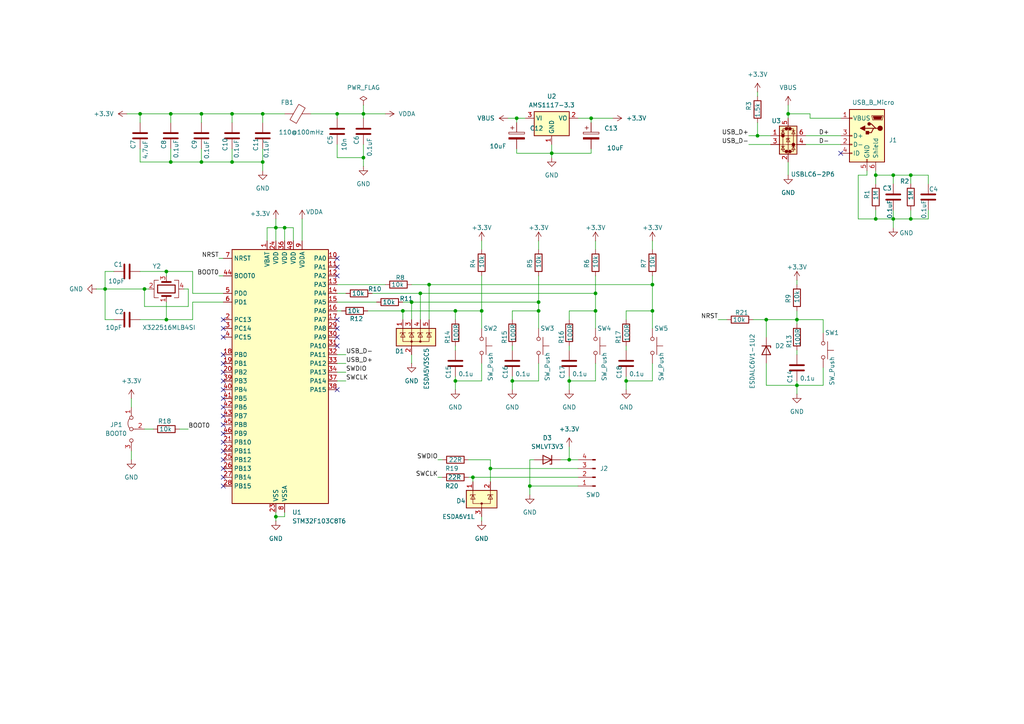
<source format=kicad_sch>
(kicad_sch (version 20231120) (generator "eeschema") (generator_version "8.0")
  (paper "A4")
  (lib_symbols
    (symbol "Connector:Conn_01x04_Pin" (pin_names (offset 1.016) hide)
      (property "Reference" "J" (at 0 5.08 0))
      (property "Value" "Conn_01x04_Pin" (at 0 -7.62 0))
      (symbol "Conn_01x04_Pin_1_1"
        (pin passive line (at 5.08 2.54 180) (length 3.81) (name "Pin_1") (number "1"))
        (pin passive line (at 5.08 0 180) (length 3.81) (name "Pin_2") (number "2"))
        (pin passive line (at 5.08 -2.54 180) (length 3.81) (name "Pin_3") (number "3"))
        (pin passive line (at 5.08 -5.08 180) (length 3.81) (name "Pin_4") (number "4"))
      )
    )
    (symbol "Connector:USB_B_Micro" (pin_names (offset 1.016))
      (property "Reference" "J" (at -5.08 11.43 0))
      (property "Value" "USB_B_Micro" (at -5.08 8.89 0))
      (symbol "USB_B_Micro_1_1"
        (pin power_out line (at 7.62 5.08 180) (length 2.54) (name "VBUS") (number "1"))
        (pin bidirectional line (at 7.62 -2.54 180) (length 2.54) (name "D-") (number "2"))
        (pin bidirectional line (at 7.62 0 180) (length 2.54) (name "D+") (number "3"))
        (pin passive line (at 7.62 -5.08 180) (length 2.54) (name "ID") (number "4"))
        (pin power_out line (at 0 -10.16 90) (length 2.54) (name "GND") (number "5"))
        (pin passive line (at -2.54 -10.16 90) (length 2.54) (name "Shield") (number "6"))
      )
    )
    (symbol "Device:C" (pin_numbers hide) (pin_names (offset 0.254))
      (property "Reference" "C" (at 0.635 2.54 0))
      (property "Value" "C" (at 0.635 -2.54 0))
      (symbol "C_1_1"
        (pin passive line (at 0 3.81 270) (length 2.794) (name "~") (number "1"))
        (pin passive line (at 0 -3.81 90) (length 2.794) (name "~") (number "2"))
      )
    )
    (symbol "Device:C_Polarized" (pin_numbers hide) (pin_names (offset 0.254))
      (property "Reference" "C" (at 0.635 2.54 0))
      (property "Value" "C_Polarized" (at 0.635 -2.54 0))
      (symbol "C_Polarized_1_1"
        (pin passive line (at 0 3.81 270) (length 2.794) (name "~") (number "1"))
        (pin passive line (at 0 -3.81 90) (length 2.794) (name "~") (number "2"))
      )
    )
    (symbol "Device:Crystal_GND24" (pin_names (offset 1.016) hide)
      (property "Reference" "Y" (at 3.175 5.08 0))
      (property "Value" "Crystal_GND24" (at 3.175 3.175 0))
      (symbol "Crystal_GND24_1_1"
        (pin passive line (at -3.81 0 0) (length 1.27) (name "1") (number "1"))
        (pin passive line (at 0 5.08 270) (length 1.27) (name "2") (number "2"))
        (pin passive line (at 3.81 0 180) (length 1.27) (name "3") (number "3"))
        (pin passive line (at 0 -5.08 90) (length 1.27) (name "4") (number "4"))
      )
    )
    (symbol "Device:FerriteBead" (pin_numbers hide) (pin_names (offset 0))
      (property "Reference" "FB" (at -3.81 0.635 90))
      (property "Value" "FerriteBead" (at 3.81 0 90))
      (symbol "FerriteBead_1_1"
        (pin passive line (at 0 3.81 270) (length 2.54) (name "~") (number "1"))
        (pin passive line (at 0 -3.81 90) (length 2.54) (name "~") (number "2"))
      )
    )
    (symbol "Device:R" (pin_numbers hide) (pin_names (offset 0))
      (property "Reference" "R" (at 2.032 0 90))
      (property "Value" "R" (at 0 0 90))
      (symbol "R_1_1"
        (pin passive line (at 0 3.81 270) (length 1.27) (name "~") (number "1"))
        (pin passive line (at 0 -3.81 90) (length 1.27) (name "~") (number "2"))
      )
    )
    (symbol "Diode:ESD5Zxx" (pin_numbers hide) (pin_names hide)
      (property "Reference" "D" (at 0 2.54 0))
      (property "Value" "ESD5Zxx" (at 0 -2.54 0))
      (symbol "ESD5Zxx_1_1"
        (pin passive line (at -3.81 0 0) (length 2.54) (name "K") (number "1"))
        (pin passive line (at 3.81 0 180) (length 2.54) (name "A") (number "2"))
      )
    )
    (symbol "Jumper:Jumper_3_Bridged12" (pin_names (offset 0) hide) (exclude_from_sim yes) (in_bom no)
      (property "Reference" "JP" (at -2.54 -2.54 0))
      (property "Value" "Jumper_3_Bridged12" (at 0 2.794 0))
      (symbol "Jumper_3_Bridged12_1_1"
        (pin passive line (at -6.35 0 0) (length 2.54) (name "A") (number "1"))
        (pin passive line (at 0 -3.81 90) (length 2.54) (name "C") (number "2"))
        (pin passive line (at 6.35 0 180) (length 2.54) (name "B") (number "3"))
      )
    )
    (symbol "MCU_ST_STM32F1:STM32F103C8Tx"
      (property "Reference" "U" (at -12.7 39.37 0))
      (property "Value" "STM32F103C8Tx" (at 10.16 39.37 0))
      (symbol "STM32F103C8Tx_1_1"
        (pin power_in line (at -2.54 40.64 270) (length 2.54) (name "VBAT") (number "1"))
        (pin bidirectional line (at 17.78 35.56 180) (length 2.54) (name "PA0") (number "10"))
        (pin bidirectional line (at 17.78 33.02 180) (length 2.54) (name "PA1") (number "11"))
        (pin bidirectional line (at 17.78 30.48 180) (length 2.54) (name "PA2") (number "12"))
        (pin bidirectional line (at 17.78 27.94 180) (length 2.54) (name "PA3") (number "13"))
        (pin bidirectional line (at 17.78 25.4 180) (length 2.54) (name "PA4") (number "14"))
        (pin bidirectional line (at 17.78 22.86 180) (length 2.54) (name "PA5") (number "15"))
        (pin bidirectional line (at 17.78 20.32 180) (length 2.54) (name "PA6") (number "16"))
        (pin bidirectional line (at 17.78 17.78 180) (length 2.54) (name "PA7") (number "17"))
        (pin bidirectional line (at -15.24 7.62 0) (length 2.54) (name "PB0") (number "18"))
        (pin bidirectional line (at -15.24 5.08 0) (length 2.54) (name "PB1") (number "19"))
        (pin bidirectional line (at -15.24 17.78 0) (length 2.54) (name "PC13") (number "2"))
        (pin bidirectional line (at -15.24 2.54 0) (length 2.54) (name "PB2") (number "20"))
        (pin bidirectional line (at -15.24 -17.78 0) (length 2.54) (name "PB10") (number "21"))
        (pin bidirectional line (at -15.24 -20.32 0) (length 2.54) (name "PB11") (number "22"))
        (pin power_in line (at 0 -38.1 90) (length 2.54) (name "VSS") (number "23"))
        (pin power_in line (at 0 40.64 270) (length 2.54) (name "VDD") (number "24"))
        (pin bidirectional line (at -15.24 -22.86 0) (length 2.54) (name "PB12") (number "25"))
        (pin bidirectional line (at -15.24 -25.4 0) (length 2.54) (name "PB13") (number "26"))
        (pin bidirectional line (at -15.24 -27.94 0) (length 2.54) (name "PB14") (number "27"))
        (pin bidirectional line (at -15.24 -30.48 0) (length 2.54) (name "PB15") (number "28"))
        (pin bidirectional line (at 17.78 15.24 180) (length 2.54) (name "PA8") (number "29"))
        (pin bidirectional line (at -15.24 15.24 0) (length 2.54) (name "PC14") (number "3"))
        (pin bidirectional line (at 17.78 12.7 180) (length 2.54) (name "PA9") (number "30"))
        (pin bidirectional line (at 17.78 10.16 180) (length 2.54) (name "PA10") (number "31"))
        (pin bidirectional line (at 17.78 7.62 180) (length 2.54) (name "PA11") (number "32"))
        (pin bidirectional line (at 17.78 5.08 180) (length 2.54) (name "PA12") (number "33"))
        (pin bidirectional line (at 17.78 2.54 180) (length 2.54) (name "PA13") (number "34"))
        (pin passive line (at 0 -38.1 90) (length 2.54) hide (name "VSS") (number "35"))
        (pin power_in line (at 2.54 40.64 270) (length 2.54) (name "VDD") (number "36"))
        (pin bidirectional line (at 17.78 0 180) (length 2.54) (name "PA14") (number "37"))
        (pin bidirectional line (at 17.78 -2.54 180) (length 2.54) (name "PA15") (number "38"))
        (pin bidirectional line (at -15.24 0 0) (length 2.54) (name "PB3") (number "39"))
        (pin bidirectional line (at -15.24 12.7 0) (length 2.54) (name "PC15") (number "4"))
        (pin bidirectional line (at -15.24 -2.54 0) (length 2.54) (name "PB4") (number "40"))
        (pin bidirectional line (at -15.24 -5.08 0) (length 2.54) (name "PB5") (number "41"))
        (pin bidirectional line (at -15.24 -7.62 0) (length 2.54) (name "PB6") (number "42"))
        (pin bidirectional line (at -15.24 -10.16 0) (length 2.54) (name "PB7") (number "43"))
        (pin input line (at -15.24 30.48 0) (length 2.54) (name "BOOT0") (number "44"))
        (pin bidirectional line (at -15.24 -12.7 0) (length 2.54) (name "PB8") (number "45"))
        (pin bidirectional line (at -15.24 -15.24 0) (length 2.54) (name "PB9") (number "46"))
        (pin passive line (at 0 -38.1 90) (length 2.54) hide (name "VSS") (number "47"))
        (pin power_in line (at 5.08 40.64 270) (length 2.54) (name "VDD") (number "48"))
        (pin bidirectional line (at -15.24 25.4 0) (length 2.54) (name "PD0") (number "5"))
        (pin bidirectional line (at -15.24 22.86 0) (length 2.54) (name "PD1") (number "6"))
        (pin input line (at -15.24 35.56 0) (length 2.54) (name "NRST") (number "7"))
        (pin power_in line (at 2.54 -38.1 90) (length 2.54) (name "VSSA") (number "8"))
        (pin power_in line (at 7.62 40.64 270) (length 2.54) (name "VDDA") (number "9"))
      )
    )
    (symbol "Power_Protection:ESDA5V3L" (pin_names hide)
      (property "Reference" "D" (at 5.715 2.54 0))
      (property "Value" "ESDA5V3L" (at 5.715 0.635 0))
      (symbol "ESDA5V3L_0_0"
        (pin passive line (at 0 -5.08 90) (length 2.54) (name "A") (number "3"))
      )
      (symbol "ESDA5V3L_1_1"
        (pin passive line (at -2.54 5.08 270) (length 2.54) (name "K") (number "1"))
        (pin passive line (at 2.54 5.08 270) (length 2.54) (name "K") (number "2"))
      )
    )
    (symbol "Power_Protection:ESDA5V3SC5" (pin_names hide)
      (property "Reference" "D" (at 7.62 2.54 0))
      (property "Value" "ESDA5V3SC5" (at 7.62 0.635 0))
      (symbol "ESDA5V3SC5_0_0"
        (pin passive line (at 0 -5.08 90) (length 2.54) (name "A") (number "2"))
      )
      (symbol "ESDA5V3SC5_1_1"
        (pin passive line (at -2.54 5.08 270) (length 2.54) (name "K") (number "1"))
        (pin passive line (at 0 5.08 270) (length 2.54) (name "K") (number "3"))
        (pin passive line (at 2.54 5.08 270) (length 2.54) (name "K") (number "4"))
        (pin passive line (at 5.08 5.08 270) (length 2.54) (name "K") (number "5"))
      )
    )
    (symbol "Power_Protection:USBLC6-2P6" (pin_names hide)
      (property "Reference" "U" (at 0.635 5.715 0))
      (property "Value" "USBLC6-2P6" (at 0.635 3.81 0))
      (symbol "USBLC6-2P6_1_1"
        (pin passive line (at -5.08 0 0) (length 2.54) (name "I/O1") (number "1"))
        (pin passive line (at 0 -7.62 90) (length 2.54) (name "GND") (number "2"))
        (pin passive line (at -5.08 -2.54 0) (length 2.54) (name "I/O2") (number "3"))
        (pin passive line (at 5.08 -2.54 180) (length 2.54) (name "I/O2") (number "4"))
        (pin passive line (at 0 5.08 270) (length 2.54) (name "VBUS") (number "5"))
        (pin passive line (at 5.08 0 180) (length 2.54) (name "I/O1") (number "6"))
      )
    )
    (symbol "Regulator_Linear:AMS1117-3.3"
      (property "Reference" "U" (at -3.81 3.175 0))
      (property "Value" "AMS1117-3.3" (at 0 3.175 0))
      (symbol "AMS1117-3.3_1_1"
        (pin power_in line (at 0 -7.62 90) (length 2.54) (name "GND") (number "1"))
        (pin power_out line (at 7.62 0 180) (length 2.54) (name "VO") (number "2"))
        (pin power_in line (at -7.62 0 0) (length 2.54) (name "VI") (number "3"))
      )
    )
    (symbol "Switch:SW_Push" (pin_numbers hide) (pin_names (offset 1.016) hide)
      (property "Reference" "SW" (at 1.27 2.54 0))
      (property "Value" "SW_Push" (at 0 -1.524 0))
      (symbol "SW_Push_0_1"
        (pin passive line (at -5.08 0 0) (length 2.54) (name "1") (number "1"))
        (pin passive line (at 5.08 0 180) (length 2.54) (name "2") (number "2"))
      )
    )
    (symbol "power:+3.3V" (power) (pin_numbers hide) (pin_names (offset 0) hide)
      (property "Value" "+3.3V" (at 0 3.556 0))
      (symbol "+3.3V_1_1"
        (pin power_in line (at 0 0 90) (length 0) (name "~") (number "1"))
      )
    )
    (symbol "power:GND" (power) (pin_numbers hide) (pin_names (offset 0) hide)
      (property "Value" "GND" (at 0 -3.81 0))
      (symbol "GND_1_1"
        (pin power_in line (at 0 0 270) (length 0) (name "~") (number "1"))
      )
    )
    (symbol "power:PWR_FLAG" (power) (pin_numbers hide) (pin_names (offset 0) hide)
      (property "Value" "PWR_FLAG" (at 0 3.81 0))
      (symbol "PWR_FLAG_0_0"
        (pin power_out line (at 0 0 90) (length 0) (name "~") (number "1"))
      )
    )
    (symbol "power:VBUS" (power) (pin_numbers hide) (pin_names (offset 0) hide)
      (property "Value" "VBUS" (at 0 3.556 0))
      (symbol "VBUS_1_1"
        (pin power_in line (at 0 0 90) (length 0) (name "~") (number "1"))
      )
    )
    (symbol "power:VDDA" (power) (pin_numbers hide) (pin_names (offset 0) hide)
      (property "Value" "VDDA" (at 0 3.556 0))
      (symbol "VDDA_1_1"
        (pin power_in line (at 0 0 90) (length 0) (name "~") (number "1"))
      )
    )
  )
  (junction (at 153.67 140.97))
  (junction (at 121.92 85.09))
  (junction (at 172.72 90.17))
  (junction (at 97.79 33.02))
  (junction (at 30.48 83.82))
  (junction (at 139.7 90.17))
  (junction (at 137.16 138.43))
  (junction (at 189.23 90.17))
  (junction (at 259.08 63.5))
  (junction (at 132.08 110.49))
  (junction (at 219.71 39.37))
  (junction (at 149.86 34.29))
  (junction (at 228.6 33.02))
  (junction (at 181.61 110.49))
  (junction (at 80.01 66.04))
  (junction (at 171.45 34.29))
  (junction (at 48.26 92.71))
  (junction (at 82.55 66.04))
  (junction (at 254 63.5))
  (junction (at 116.84 90.17))
  (junction (at 105.41 33.02))
  (junction (at 76.2 46.99))
  (junction (at 156.21 87.63))
  (junction (at 231.14 111.76))
  (junction (at 264.16 63.5))
  (junction (at 105.41 45.72))
  (junction (at 58.42 46.99))
  (junction (at 58.42 33.02))
  (junction (at 189.23 82.55))
  (junction (at 160.02 44.45))
  (junction (at 165.1 110.49))
  (junction (at 222.25 92.71))
  (junction (at 165.1 133.35))
  (junction (at 259.08 50.8))
  (junction (at 124.46 82.55))
  (junction (at 41.91 83.82))
  (junction (at 254 50.8))
  (junction (at 142.24 135.89))
  (junction (at 132.08 90.17))
  (junction (at 48.26 78.74))
  (junction (at 40.64 33.02))
  (junction (at 172.72 85.09))
  (junction (at 119.38 87.63))
  (junction (at 49.53 46.99))
  (junction (at 231.14 92.71))
  (junction (at 148.59 110.49))
  (junction (at 156.21 90.17))
  (junction (at 49.53 33.02))
  (junction (at 76.2 33.02))
  (junction (at 80.01 149.86))
  (junction (at 67.31 46.99))
  (junction (at 264.16 50.8))
  (junction (at 67.31 33.02))
  (no_connect (at 64.77 133.35))
  (no_connect (at 243.84 44.45))
  (no_connect (at 64.77 135.89))
  (no_connect (at 97.79 80.01))
  (no_connect (at 97.79 92.71))
  (no_connect (at 64.77 128.27))
  (no_connect (at 64.77 95.25))
  (no_connect (at 97.79 74.93))
  (no_connect (at 64.77 115.57))
  (no_connect (at 64.77 140.97))
  (no_connect (at 97.79 97.79))
  (no_connect (at 64.77 123.19))
  (no_connect (at 97.79 95.25))
  (no_connect (at 64.77 92.71))
  (no_connect (at 64.77 107.95))
  (no_connect (at 97.79 100.33))
  (no_connect (at 64.77 118.11))
  (no_connect (at 64.77 97.79))
  (no_connect (at 64.77 102.87))
  (no_connect (at 64.77 138.43))
  (no_connect (at 64.77 110.49))
  (no_connect (at 64.77 120.65))
  (no_connect (at 64.77 130.81))
  (no_connect (at 64.77 125.73))
  (no_connect (at 64.77 113.03))
  (no_connect (at 97.79 77.47))
  (no_connect (at 97.79 113.03))
  (no_connect (at 64.77 105.41))
  (wire (pts (xy 55.88 85.09) (xy 64.77 85.09)))
  (wire (pts (xy 233.68 41.91) (xy 243.84 41.91)))
  (wire (pts (xy 67.31 46.99) (xy 76.2 46.99)))
  (wire (pts (xy 238.76 106.68) (xy 238.76 111.76)))
  (wire (pts (xy 181.61 90.17) (xy 189.23 90.17)))
  (wire (pts (xy 124.46 82.55) (xy 189.23 82.55)))
  (wire (pts (xy 58.42 46.99) (xy 67.31 46.99)))
  (wire (pts (xy 156.21 110.49) (xy 148.59 110.49)))
  (wire (pts (xy 149.86 43.18) (xy 149.86 44.45)))
  (wire (pts (xy 254 50.8) (xy 254 49.53)))
  (wire (pts (xy 67.31 43.18) (xy 67.31 46.99)))
  (wire (pts (xy 40.64 35.56) (xy 40.64 33.02)))
  (wire (pts (xy 80.01 66.04) (xy 80.01 69.85)))
  (wire (pts (xy 58.42 33.02) (xy 58.42 35.56)))
  (wire (pts (xy 156.21 105.41) (xy 156.21 110.49)))
  (wire (pts (xy 231.14 92.71) (xy 238.76 92.71)))
  (wire (pts (xy 80.01 149.86) (xy 82.55 149.86)))
  (wire (pts (xy 97.79 107.95) (xy 100.33 107.95)))
  (wire (pts (xy 259.08 66.04) (xy 259.08 63.5)))
  (wire (pts (xy 139.7 110.49) (xy 132.08 110.49)))
  (wire (pts (xy 259.08 63.5) (xy 259.08 60.96)))
  (wire (pts (xy 137.16 138.43) (xy 167.64 138.43)))
  (wire (pts (xy 251.46 50.8) (xy 251.46 49.53)))
  (wire (pts (xy 231.14 81.28) (xy 231.14 82.55)))
  (wire (pts (xy 156.21 90.17) (xy 156.21 95.25)))
  (wire (pts (xy 181.61 90.17) (xy 181.61 92.71)))
  (wire (pts (xy 181.61 109.22) (xy 181.61 110.49)))
  (wire (pts (xy 222.25 92.71) (xy 231.14 92.71)))
  (wire (pts (xy 171.45 44.45) (xy 171.45 43.18)))
  (wire (pts (xy 40.64 33.02) (xy 49.53 33.02)))
  (wire (pts (xy 148.59 110.49) (xy 148.59 113.03)))
  (wire (pts (xy 189.23 90.17) (xy 189.23 95.25)))
  (wire (pts (xy 231.14 101.6) (xy 231.14 102.87)))
  (wire (pts (xy 30.48 92.71) (xy 33.02 92.71)))
  (wire (pts (xy 219.71 26.67) (xy 219.71 27.94)))
  (wire (pts (xy 48.26 78.74) (xy 48.26 80.01)))
  (wire (pts (xy 231.14 111.76) (xy 231.14 114.3)))
  (wire (pts (xy 248.92 63.5) (xy 248.92 50.8)))
  (wire (pts (xy 264.16 63.5) (xy 269.24 63.5)))
  (wire (pts (xy 90.17 33.02) (xy 97.79 33.02)))
  (wire (pts (xy 139.7 90.17) (xy 139.7 95.25)))
  (wire (pts (xy 48.26 92.71) (xy 55.88 92.71)))
  (wire (pts (xy 30.48 83.82) (xy 41.91 83.82)))
  (wire (pts (xy 38.1 115.57) (xy 38.1 118.11)))
  (wire (pts (xy 135.89 133.35) (xy 142.24 133.35)))
  (wire (pts (xy 48.26 87.63) (xy 48.26 92.71)))
  (wire (pts (xy 222.25 97.79) (xy 222.25 92.71)))
  (wire (pts (xy 171.45 34.29) (xy 177.8 34.29)))
  (wire (pts (xy 264.16 53.34) (xy 264.16 50.8)))
  (wire (pts (xy 76.2 33.02) (xy 76.2 35.56)))
  (wire (pts (xy 142.24 135.89) (xy 167.64 135.89)))
  (wire (pts (xy 76.2 43.18) (xy 76.2 46.99)))
  (wire (pts (xy 153.67 140.97) (xy 153.67 143.51)))
  (wire (pts (xy 49.53 46.99) (xy 58.42 46.99)))
  (wire (pts (xy 132.08 109.22) (xy 132.08 110.49)))
  (wire (pts (xy 217.17 39.37) (xy 219.71 39.37)))
  (wire (pts (xy 156.21 87.63) (xy 156.21 90.17)))
  (wire (pts (xy 49.53 43.18) (xy 49.53 46.99)))
  (wire (pts (xy 105.41 30.48) (xy 105.41 33.02)))
  (wire (pts (xy 259.08 63.5) (xy 264.16 63.5)))
  (wire (pts (xy 97.79 82.55) (xy 111.76 82.55)))
  (wire (pts (xy 55.88 92.71) (xy 55.88 87.63)))
  (wire (pts (xy 105.41 45.72) (xy 105.41 48.26)))
  (wire (pts (xy 165.1 90.17) (xy 165.1 92.71)))
  (wire (pts (xy 254 63.5) (xy 259.08 63.5)))
  (wire (pts (xy 189.23 80.01) (xy 189.23 82.55)))
  (wire (pts (xy 189.23 110.49) (xy 181.61 110.49)))
  (wire (pts (xy 40.64 43.18) (xy 40.64 46.99)))
  (wire (pts (xy 189.23 82.55) (xy 189.23 90.17)))
  (wire (pts (xy 139.7 80.01) (xy 139.7 90.17)))
  (wire (pts (xy 58.42 43.18) (xy 58.42 46.99)))
  (wire (pts (xy 97.79 45.72) (xy 105.41 45.72)))
  (wire (pts (xy 228.6 46.99) (xy 228.6 50.8)))
  (wire (pts (xy 33.02 78.74) (xy 30.48 78.74)))
  (wire (pts (xy 121.92 85.09) (xy 121.92 92.71)))
  (wire (pts (xy 27.94 83.82) (xy 30.48 83.82)))
  (wire (pts (xy 208.28 92.71) (xy 210.82 92.71)))
  (wire (pts (xy 172.72 85.09) (xy 172.72 90.17)))
  (wire (pts (xy 116.84 87.63) (xy 119.38 87.63)))
  (wire (pts (xy 44.45 124.46) (xy 41.91 124.46)))
  (wire (pts (xy 254 60.96) (xy 254 63.5)))
  (wire (pts (xy 228.6 33.02) (xy 234.95 33.02)))
  (wire (pts (xy 172.72 110.49) (xy 165.1 110.49)))
  (wire (pts (xy 142.24 135.89) (xy 142.24 139.7)))
  (wire (pts (xy 139.7 105.41) (xy 139.7 110.49)))
  (wire (pts (xy 76.2 49.53) (xy 76.2 46.99)))
  (wire (pts (xy 172.72 69.85) (xy 172.72 72.39)))
  (wire (pts (xy 254 50.8) (xy 259.08 50.8)))
  (wire (pts (xy 54.61 124.46) (xy 52.07 124.46)))
  (wire (pts (xy 234.95 34.29) (xy 243.84 34.29)))
  (wire (pts (xy 228.6 30.48) (xy 228.6 33.02)))
  (wire (pts (xy 82.55 66.04) (xy 85.09 66.04)))
  (wire (pts (xy 36.83 33.02) (xy 40.64 33.02)))
  (wire (pts (xy 127 138.43) (xy 128.27 138.43)))
  (wire (pts (xy 30.48 83.82) (xy 30.48 92.71)))
  (wire (pts (xy 231.14 110.49) (xy 231.14 111.76)))
  (wire (pts (xy 53.34 83.82) (xy 54.61 83.82)))
  (wire (pts (xy 153.67 140.97) (xy 153.67 133.35)))
  (wire (pts (xy 148.59 109.22) (xy 148.59 110.49)))
  (wire (pts (xy 58.42 33.02) (xy 67.31 33.02)))
  (wire (pts (xy 119.38 102.87) (xy 119.38 105.41)))
  (wire (pts (xy 48.26 78.74) (xy 55.88 78.74)))
  (wire (pts (xy 87.63 63.5) (xy 87.63 69.85)))
  (wire (pts (xy 219.71 39.37) (xy 223.52 39.37)))
  (wire (pts (xy 139.7 149.86) (xy 139.7 151.13)))
  (wire (pts (xy 264.16 63.5) (xy 264.16 60.96)))
  (wire (pts (xy 172.72 90.17) (xy 172.72 95.25)))
  (wire (pts (xy 97.79 33.02) (xy 105.41 33.02)))
  (wire (pts (xy 105.41 33.02) (xy 105.41 34.29)))
  (wire (pts (xy 139.7 69.85) (xy 139.7 72.39)))
  (wire (pts (xy 76.2 33.02) (xy 82.55 33.02)))
  (wire (pts (xy 82.55 66.04) (xy 82.55 69.85)))
  (wire (pts (xy 165.1 129.54) (xy 165.1 133.35)))
  (wire (pts (xy 156.21 80.01) (xy 156.21 87.63)))
  (wire (pts (xy 160.02 44.45) (xy 160.02 45.72)))
  (wire (pts (xy 97.79 85.09) (xy 100.33 85.09)))
  (wire (pts (xy 259.08 50.8) (xy 264.16 50.8)))
  (wire (pts (xy 149.86 34.29) (xy 152.4 34.29)))
  (wire (pts (xy 254 53.34) (xy 254 50.8)))
  (wire (pts (xy 38.1 130.81) (xy 38.1 133.35)))
  (wire (pts (xy 165.1 100.33) (xy 165.1 101.6)))
  (wire (pts (xy 248.92 50.8) (xy 251.46 50.8)))
  (wire (pts (xy 231.14 92.71) (xy 231.14 93.98)))
  (wire (pts (xy 67.31 33.02) (xy 67.31 35.56)))
  (wire (pts (xy 67.31 33.02) (xy 76.2 33.02)))
  (wire (pts (xy 106.68 90.17) (xy 116.84 90.17)))
  (wire (pts (xy 189.23 105.41) (xy 189.23 110.49)))
  (wire (pts (xy 153.67 140.97) (xy 167.64 140.97)))
  (wire (pts (xy 97.79 87.63) (xy 109.22 87.63)))
  (wire (pts (xy 218.44 92.71) (xy 222.25 92.71)))
  (wire (pts (xy 127 133.35) (xy 128.27 133.35)))
  (wire (pts (xy 238.76 92.71) (xy 238.76 96.52)))
  (wire (pts (xy 172.72 105.41) (xy 172.72 110.49)))
  (wire (pts (xy 55.88 87.63) (xy 64.77 87.63)))
  (wire (pts (xy 222.25 111.76) (xy 231.14 111.76)))
  (wire (pts (xy 30.48 78.74) (xy 30.48 83.82)))
  (wire (pts (xy 80.01 66.04) (xy 82.55 66.04)))
  (wire (pts (xy 160.02 44.45) (xy 171.45 44.45)))
  (wire (pts (xy 105.41 45.72) (xy 105.41 41.91)))
  (wire (pts (xy 40.64 46.99) (xy 49.53 46.99)))
  (wire (pts (xy 54.61 88.9) (xy 41.91 88.9)))
  (wire (pts (xy 148.59 90.17) (xy 156.21 90.17)))
  (wire (pts (xy 160.02 41.91) (xy 160.02 44.45)))
  (wire (pts (xy 165.1 109.22) (xy 165.1 110.49)))
  (wire (pts (xy 181.61 110.49) (xy 181.61 113.03)))
  (wire (pts (xy 54.61 83.82) (xy 54.61 88.9)))
  (wire (pts (xy 132.08 100.33) (xy 132.08 101.6)))
  (wire (pts (xy 124.46 82.55) (xy 124.46 92.71)))
  (wire (pts (xy 119.38 82.55) (xy 124.46 82.55)))
  (wire (pts (xy 77.47 66.04) (xy 80.01 66.04)))
  (wire (pts (xy 162.56 133.35) (xy 165.1 133.35)))
  (wire (pts (xy 148.59 100.33) (xy 148.59 101.6)))
  (wire (pts (xy 259.08 53.34) (xy 259.08 50.8)))
  (wire (pts (xy 77.47 69.85) (xy 77.47 66.04)))
  (wire (pts (xy 165.1 110.49) (xy 165.1 113.03)))
  (wire (pts (xy 132.08 90.17) (xy 132.08 92.71)))
  (wire (pts (xy 119.38 87.63) (xy 119.38 92.71)))
  (wire (pts (xy 269.24 63.5) (xy 269.24 60.96)))
  (wire (pts (xy 97.79 102.87) (xy 100.33 102.87)))
  (wire (pts (xy 228.6 34.29) (xy 228.6 33.02)))
  (wire (pts (xy 80.01 149.86) (xy 80.01 151.13)))
  (wire (pts (xy 137.16 138.43) (xy 137.16 139.7)))
  (wire (pts (xy 148.59 90.17) (xy 148.59 92.71)))
  (wire (pts (xy 231.14 90.17) (xy 231.14 92.71)))
  (wire (pts (xy 63.5 74.93) (xy 64.77 74.93)))
  (wire (pts (xy 171.45 34.29) (xy 171.45 35.56)))
  (wire (pts (xy 264.16 50.8) (xy 269.24 50.8)))
  (wire (pts (xy 135.89 138.43) (xy 137.16 138.43)))
  (wire (pts (xy 147.32 34.29) (xy 149.86 34.29)))
  (wire (pts (xy 219.71 35.56) (xy 219.71 39.37)))
  (wire (pts (xy 238.76 111.76) (xy 231.14 111.76)))
  (wire (pts (xy 181.61 100.33) (xy 181.61 101.6)))
  (wire (pts (xy 234.95 33.02) (xy 234.95 34.29)))
  (wire (pts (xy 49.53 33.02) (xy 49.53 35.56)))
  (wire (pts (xy 172.72 80.01) (xy 172.72 85.09)))
  (wire (pts (xy 41.91 88.9) (xy 41.91 83.82)))
  (wire (pts (xy 156.21 69.85) (xy 156.21 72.39)))
  (wire (pts (xy 165.1 90.17) (xy 172.72 90.17)))
  (wire (pts (xy 97.79 33.02) (xy 97.79 34.29)))
  (wire (pts (xy 149.86 35.56) (xy 149.86 34.29)))
  (wire (pts (xy 269.24 50.8) (xy 269.24 53.34)))
  (wire (pts (xy 222.25 105.41) (xy 222.25 111.76)))
  (wire (pts (xy 107.95 85.09) (xy 121.92 85.09)))
  (wire (pts (xy 167.64 34.29) (xy 171.45 34.29)))
  (wire (pts (xy 165.1 133.35) (xy 167.64 133.35)))
  (wire (pts (xy 132.08 90.17) (xy 139.7 90.17)))
  (wire (pts (xy 40.64 78.74) (xy 48.26 78.74)))
  (wire (pts (xy 116.84 90.17) (xy 132.08 90.17)))
  (wire (pts (xy 63.5 80.01) (xy 64.77 80.01)))
  (wire (pts (xy 97.79 105.41) (xy 100.33 105.41)))
  (wire (pts (xy 97.79 90.17) (xy 99.06 90.17)))
  (wire (pts (xy 105.41 33.02) (xy 111.76 33.02)))
  (wire (pts (xy 189.23 69.85) (xy 189.23 72.39)))
  (wire (pts (xy 55.88 78.74) (xy 55.88 85.09)))
  (wire (pts (xy 254 63.5) (xy 248.92 63.5)))
  (wire (pts (xy 149.86 44.45) (xy 160.02 44.45)))
  (wire (pts (xy 132.08 110.49) (xy 132.08 113.03)))
  (wire (pts (xy 153.67 133.35) (xy 154.94 133.35)))
  (wire (pts (xy 41.91 83.82) (xy 43.18 83.82)))
  (wire (pts (xy 116.84 90.17) (xy 116.84 92.71)))
  (wire (pts (xy 97.79 41.91) (xy 97.79 45.72)))
  (wire (pts (xy 121.92 85.09) (xy 172.72 85.09)))
  (wire (pts (xy 80.01 63.5) (xy 80.01 66.04)))
  (wire (pts (xy 217.17 41.91) (xy 223.52 41.91)))
  (wire (pts (xy 119.38 87.63) (xy 156.21 87.63)))
  (wire (pts (xy 85.09 66.04) (xy 85.09 69.85)))
  (wire (pts (xy 233.68 39.37) (xy 243.84 39.37)))
  (wire (pts (xy 80.01 148.59) (xy 80.01 149.86)))
  (wire (pts (xy 142.24 133.35) (xy 142.24 135.89)))
  (wire (pts (xy 97.79 110.49) (xy 100.33 110.49)))
  (wire (pts (xy 49.53 33.02) (xy 58.42 33.02)))
  (wire (pts (xy 40.64 92.71) (xy 48.26 92.71)))
  (wire (pts (xy 82.55 148.59) (xy 82.55 149.86)))
  (label "USB_D-" (at 100.33 102.87 0))
  (label "D-" (at 237.49 41.91 0))
  (label "USB_D+" (at 217.17 39.37 180))
  (label "SWCLK" (at 100.33 110.49 0))
  (label "SWDIO" (at 100.33 107.95 0))
  (label "D+" (at 237.49 39.37 0))
  (label "SWCLK" (at 127 138.43 180))
  (label "BOOT0" (at 54.61 124.46 0))
  (label "USB_D-" (at 217.17 41.91 180))
  (label "BOOT0" (at 63.5 80.01 180))
  (label "NRST" (at 63.5 74.93 180))
  (label "USB_D+" (at 100.33 105.41 0))
  (label "SWDIO" (at 127 133.35 180))
  (label "NRST" (at 208.28 92.71 180))
  (symbol (lib_id "power:GND") (at 153.67 143.51 0) (unit 1)
    (property "Reference" "#PWR019" (effects (hide yes)))
    (property "Value" "GND" (at 153.67 148.59 0))
    (property "Description" "Power symbol creates a global label with name \"GND\" , ground" (effects (hide yes)))
  )
  (symbol (lib_id "power:GND") (at 105.41 48.26 0) (unit 1)
    (property "Reference" "#PWR027" (effects (hide yes)))
    (property "Value" "GND" (at 105.41 53.34 0))
    (property "Description" "Power symbol creates a global label with name \"GND\" , ground" (effects (hide yes)))
  )
  (symbol (lib_id "power:VBUS") (at 228.6 30.48 0) (unit 1)
    (property "Reference" "#PWR05" (effects (hide yes)))
    (property "Value" "VBUS" (at 228.6 25.4 0))
    (property "Description" "Power symbol creates a global label with name \"VBUS\"" (effects (hide yes)))
  )
  (symbol (lib_id "Device:C") (at 165.1 105.41 180) (unit 1)
    (property "Reference" "C17" (at 163.068 107.95 90))
    (property "Value" "0.1u" (at 168.148 108.458 0))
    (property "Footprint" "Capacitor_SMD:C_0402_1005Metric" (effects (hide yes)))
    (property "Description" "Unpolarized capacitor" (effects (hide yes)))
  )
  (symbol (lib_id "power:+3.3V") (at 172.72 69.85 0) (unit 1)
    (property "Reference" "#PWR015" (effects (hide yes)))
    (property "Value" "+3.3V" (at 172.72 66.04 0))
    (property "Description" "Power symbol creates a global label with name \"+3.3V\"" (effects (hide yes)))
  )
  (symbol (lib_id "Connector:USB_B_Micro") (at 251.46 39.37 0) (mirror y) (unit 1)
    (property "Reference" "J1" (at 257.81 40.6401 0) (effects (justify right)))
    (property "Value" "USB_B_Micro" (at 247.142 29.718 0) (effects (justify right)))
    (property "Footprint" "Connector_USB:USB_Micro-B_Molex_47346-0001" (effects (hide yes)))
    (property "Description" "USB Micro Type B connector" (effects (hide yes)))
  )
  (symbol (lib_id "Device:R") (at 113.03 87.63 90) (unit 1)
    (property "Reference" "R11" (at 117.856 86.614 90))
    (property "Value" "10k" (at 112.776 87.63 90))
    (property "Footprint" "Resistor_SMD:R_0402_1005Metric" (effects (hide yes)))
    (property "Description" "Resistor" (effects (hide yes)))
  )
  (symbol (lib_id "Device:C_Polarized") (at 171.45 39.37 0) (unit 1)
    (property "Reference" "C13" (at 175.26 37.2109 0) (effects (justify left)))
    (property "Value" "10uF" (at 176.022 42.926 0) (effects (justify left)))
    (property "Footprint" "Capacitor_Tantalum_SMD:CP_EIA-6032-28_Kemet-C" (effects (hide yes)))
    (property "Description" "Polarized capacitor" (effects (hide yes)))
  )
  (symbol (lib_id "Device:C") (at 231.14 106.68 180) (unit 1)
    (property "Reference" "C14" (at 229.108 109.22 90))
    (property "Value" "0.1u" (at 234.188 109.728 0))
    (property "Footprint" "Capacitor_SMD:C_0402_1005Metric" (effects (hide yes)))
    (property "Description" "Unpolarized capacitor" (effects (hide yes)))
  )
  (symbol (lib_id "Device:R") (at 219.71 31.75 180) (unit 1)
    (property "Reference" "R3" (at 217.17 30.734 90))
    (property "Value" "1.5k" (at 219.71 32.004 90))
    (property "Footprint" "Resistor_SMD:R_0402_1005Metric" (effects (hide yes)))
    (property "Description" "Resistor" (effects (hide yes)))
  )
  (symbol (lib_id "Device:C") (at 58.42 39.37 180) (unit 1)
    (property "Reference" "C9" (at 56.388 41.91 90))
    (property "Value" "0.1uF" (at 59.944 43.434 90))
    (property "Footprint" "Capacitor_SMD:C_0402_1005Metric" (effects (hide yes)))
    (property "Description" "Unpolarized capacitor" (effects (hide yes)))
  )
  (symbol (lib_id "Diode:ESD5Zxx") (at 158.75 133.35 180) (unit 1)
    (property "Reference" "D3" (at 158.75 127 0))
    (property "Value" "SMLVT3V3" (at 158.75 129.54 0))
    (property "Footprint" "Diode_SMD:D_SOD-523" (effects (hide yes)))
    (property "Datasheet" "https://www.onsemi.com/pdf/datasheet/esd5z2.5t1-d.pdf" (effects (hide yes)))
    (property "Description" "ESD Protection Diode, SOD-523" (effects (hide yes)))
  )
  (symbol (lib_id "Device:R") (at 132.08 96.52 180) (unit 1)
    (property "Reference" "R14" (at 129.794 97.79 90))
    (property "Value" "100R" (at 132.334 96.52 90))
    (property "Footprint" "Resistor_SMD:R_0402_1005Metric" (effects (hide yes)))
    (property "Description" "Resistor" (effects (hide yes)))
  )
  (symbol (lib_id "Device:Crystal_GND24") (at 48.26 83.82 90) (unit 1)
    (property "Reference" "Y2" (at 45.466 77.216 90))
    (property "Value" "X322516MLB4SI" (at 49.022 94.996 90))
    (property "Footprint" "Crystal:Crystal_SMD_Abracon_ABM8G-4Pin_3.2x2.5mm" (effects (hide yes)))
    (property "Description" "Four pin crystal, GND on pins 2 and 4" (effects (hide yes)))
  )
  (symbol (lib_id "Device:C") (at 97.79 38.1 180) (unit 1)
    (property "Reference" "C5" (at 95.758 40.64 90))
    (property "Value" "10n" (at 99.822 41.91 90))
    (property "Footprint" "Capacitor_SMD:C_0402_1005Metric" (effects (hide yes)))
    (property "Description" "Unpolarized capacitor" (effects (hide yes)))
  )
  (symbol (lib_id "Device:R") (at 148.59 96.52 180) (unit 1)
    (property "Reference" "R15" (at 146.304 97.79 90))
    (property "Value" "100R" (at 148.844 96.52 90))
    (property "Footprint" "Resistor_SMD:R_0402_1005Metric" (effects (hide yes)))
    (property "Description" "Resistor" (effects (hide yes)))
  )
  (symbol (lib_id "Power_Protection:ESDA5V3SC5") (at 119.38 97.79 0) (unit 1)
    (property "Reference" "D1" (at 114.554 101.854 0) (effects (justify left)))
    (property "Value" "ESDA5V3SC5" (at 123.698 113.03 90) (effects (justify left)))
    (property "Footprint" "Package_TO_SOT_SMD:SOT-23-5" (effects (hide yes)))
    (property "Datasheet" "https://www.st.com/resource/en/datasheet/esda5v3sc6.pdf" (effects (hide yes)))
    (property "Description" "Quad TVS Diode Array, 5.3V Standoff, 4 Channels, 400W, ±30kV, SOT-23-5" (effects (hide yes)))
  )
  (symbol (lib_id "Device:C") (at 36.83 78.74 90) (unit 1)
    (property "Reference" "C1" (at 34.29 76.708 90))
    (property "Value" "10pF" (at 33.782 81.534 90))
    (property "Footprint" "Capacitor_SMD:C_0402_1005Metric" (effects (hide yes)))
    (property "Description" "Unpolarized capacitor" (effects (hide yes)))
  )
  (symbol (lib_id "Jumper:Jumper_3_Bridged12") (at 38.1 124.46 90) (mirror x) (unit 1) (exclude_from_sim yes) (in_bom no)
    (property "Reference" "JP1" (at 35.56 123.1899 90) (effects (justify left)))
    (property "Value" "BOOT0" (at 36.83 125.7299 90) (effects (justify left)))
    (property "Footprint" "Jumper:SolderJumper-3_P1.3mm_Open_RoundedPad1.0x1.5mm" (effects (hide yes)))
    (property "Description" "Jumper, 3-pole, pins 1+2 closed/bridged" (effects (hide yes)))
  )
  (symbol (lib_id "Device:R") (at 165.1 96.52 180) (unit 1)
    (property "Reference" "R16" (at 162.814 97.79 90))
    (property "Value" "100R" (at 165.354 96.52 90))
    (property "Footprint" "Resistor_SMD:R_0402_1005Metric" (effects (hide yes)))
    (property "Description" "Resistor" (effects (hide yes)))
  )
  (symbol (lib_id "power:GND") (at 139.7 151.13 0) (unit 1)
    (property "Reference" "#PWR09" (effects (hide yes)))
    (property "Value" "GND" (at 139.7 156.21 0))
    (property "Description" "Power symbol creates a global label with name \"GND\" , ground" (effects (hide yes)))
  )
  (symbol (lib_id "Power_Protection:USBLC6-2P6") (at 228.6 39.37 0) (unit 1)
    (property "Reference" "U3" (at 223.774 35.052 0) (effects (justify left)))
    (property "Value" "USBLC6-2P6" (at 229.362 50.546 0) (effects (justify left)))
    (property "Footprint" "Package_TO_SOT_SMD:SOT-666" (effects (hide yes)))
    (property "Datasheet" "https://www.st.com/resource/en/datasheet/usblc6-2.pdf" (effects (hide yes)))
    (property "Description" "Very low capacitance ESD protection diode, 2 data-line, SOT-666" (effects (hide yes)))
  )
  (symbol (lib_id "Device:R") (at 214.63 92.71 90) (unit 1)
    (property "Reference" "R21" (at 215.138 90.678 90))
    (property "Value" "10k" (at 214.376 92.71 90))
    (property "Footprint" "Resistor_SMD:R_0402_1005Metric" (effects (hide yes)))
    (property "Description" "Resistor" (effects (hide yes)))
  )
  (symbol (lib_id "MCU_ST_STM32F1:STM32F103C8Tx") (at 80.01 110.49 0) (unit 1)
    (property "Reference" "U1" (at 84.7441 148.59 0) (effects (justify left)))
    (property "Value" "STM32F103C8T6" (at 84.7441 151.13 0) (effects (justify left)))
    (property "Footprint" "Package_QFP:LQFP-48_7x7mm_P0.5mm" (effects (hide yes)))
    (property "Datasheet" "https://www.st.com/resource/en/datasheet/stm32f103c8.pdf" (effects (hide yes)))
    (property "Description" "STMicroelectronics Arm Cortex-M3 MCU, 64KB flash, 20KB RAM, 72 MHz, 2.0-3.6V, 37 GPIO, LQFP48" (effects (hide yes)))
  )
  (symbol (lib_id "Device:FerriteBead") (at 86.36 33.02 90) (unit 1)
    (property "Reference" "FB1" (at 83.312 29.718 90))
    (property "Value" "110@100mHz" (at 87.376 38.354 90))
    (property "Footprint" "Inductor_SMD:L_0603_1608Metric" (effects (hide yes)))
    (property "Description" "Ferrite bead" (effects (hide yes)))
  )
  (symbol (lib_id "power:VDDA") (at 111.76 33.02 270) (unit 1)
    (property "Reference" "#PWR021" (effects (hide yes)))
    (property "Value" "VDDA" (at 115.57 33.0199 90) (effects (justify left)))
    (property "Description" "Power symbol creates a global label with name \"VDDA\"" (effects (hide yes)))
  )
  (symbol (lib_id "Device:C") (at 259.08 57.15 0) (mirror y) (unit 1)
    (property "Reference" "C3" (at 257.302 54.61 0))
    (property "Value" "0.1uF" (at 258.064 60.706 90))
    (property "Footprint" "Capacitor_SMD:C_0402_1005Metric" (effects (hide yes)))
    (property "Description" "Unpolarized capacitor" (effects (hide yes)))
  )
  (symbol (lib_id "Device:R") (at 132.08 138.43 270) (unit 1)
    (property "Reference" "R20" (at 131.064 140.97 90))
    (property "Value" "22R" (at 131.826 138.43 90))
    (property "Footprint" "Resistor_SMD:R_0402_1005Metric" (effects (hide yes)))
    (property "Description" "Resistor" (effects (hide yes)))
  )
  (symbol (lib_id "Device:C") (at 76.2 39.37 180) (unit 1)
    (property "Reference" "C11" (at 74.168 41.91 90))
    (property "Value" "0.1uF" (at 77.216 43.18 90))
    (property "Footprint" "Capacitor_SMD:C_0402_1005Metric" (effects (hide yes)))
    (property "Description" "Unpolarized capacitor" (effects (hide yes)))
  )
  (symbol (lib_id "power:GND") (at 38.1 133.35 0) (mirror y) (unit 1)
    (property "Reference" "#PWR026" (effects (hide yes)))
    (property "Value" "GND" (at 38.1 138.43 0))
    (property "Description" "Power symbol creates a global label with name \"GND\" , ground" (effects (hide yes)))
  )
  (symbol (lib_id "Device:R") (at 264.16 57.15 0) (mirror y) (unit 1)
    (property "Reference" "R2" (at 262.382 52.578 0))
    (property "Value" "1M" (at 264.16 56.642 90))
    (property "Footprint" "Resistor_SMD:R_0402_1005Metric" (effects (hide yes)))
    (property "Description" "Resistor" (effects (hide yes)))
  )
  (symbol (lib_id "power:+3.3V") (at 231.14 81.28 0) (unit 1)
    (property "Reference" "#PWR030" (effects (hide yes)))
    (property "Value" "+3.3V" (at 231.14 77.47 0))
    (property "Description" "Power symbol creates a global label with name \"+3.3V\"" (effects (hide yes)))
  )
  (symbol (lib_id "power:GND") (at 148.59 113.03 0) (unit 1)
    (property "Reference" "#PWR014" (effects (hide yes)))
    (property "Value" "GND" (at 148.59 118.11 0))
    (property "Description" "Power symbol creates a global label with name \"GND\" , ground" (effects (hide yes)))
  )
  (symbol (lib_id "Regulator_Linear:AMS1117-3.3") (at 160.02 34.29 0) (unit 1)
    (property "Reference" "U2" (at 160.02 27.94 0))
    (property "Value" "AMS1117-3.3" (at 160.02 30.48 0))
    (property "Footprint" "Package_TO_SOT_SMD:SOT-223-3_TabPin2" (effects (hide yes)))
    (property "Datasheet" "http://www.advanced-monolithic.com/pdf/ds1117.pdf" (effects (hide yes)))
    (property "Description" "1A Low Dropout regulator, positive, 3.3V fixed output, SOT-223" (effects (hide yes)))
  )
  (symbol (lib_id "Switch:SW_Push") (at 189.23 100.33 270) (unit 1)
    (property "Reference" "SW5" (at 189.738 95.25 90) (effects (justify left)))
    (property "Value" "SW_Push" (at 191.77 102.108 0) (effects (justify left)))
    (property "Footprint" "Button_Switch_SMD:SW_SPST_CK_RS282G05A3" (effects (hide yes)))
    (property "Description" "Push button switch, generic, two pins" (effects (hide yes)))
  )
  (symbol (lib_id "power:GND") (at 228.6 50.8 0) (unit 1)
    (property "Reference" "#PWR03" (effects (hide yes)))
    (property "Value" "GND" (at 228.6 55.88 0))
    (property "Description" "Power symbol creates a global label with name \"GND\" , ground" (effects (hide yes)))
  )
  (symbol (lib_id "Device:C") (at 40.64 39.37 180) (unit 1)
    (property "Reference" "C7" (at 38.608 41.91 90))
    (property "Value" "4.7uF" (at 42.164 43.434 90))
    (property "Footprint" "Capacitor_SMD:C_0402_1005Metric" (effects (hide yes)))
    (property "Description" "Unpolarized capacitor" (effects (hide yes)))
  )
  (symbol (lib_id "Device:C_Polarized") (at 149.86 39.37 0) (unit 1)
    (property "Reference" "C12" (at 153.67 37.2109 0) (effects (justify left)))
    (property "Value" "10uF" (at 141.986 42.418 0) (effects (justify left)))
    (property "Footprint" "Capacitor_Tantalum_SMD:CP_EIA-6032-28_Kemet-C" (effects (hide yes)))
    (property "Description" "Polarized capacitor" (effects (hide yes)))
  )
  (symbol (lib_id "power:+3.3V") (at 80.01 63.5 0) (unit 1)
    (property "Reference" "#PWR024" (effects (hide yes)))
    (property "Value" "+3.3V" (at 75.438 61.976 0))
    (property "Description" "Power symbol creates a global label with name \"+3.3V\"" (effects (hide yes)))
  )
  (symbol (lib_id "Device:C") (at 181.61 105.41 180) (unit 1)
    (property "Reference" "C18" (at 179.578 107.95 90))
    (property "Value" "0.1u" (at 184.658 108.458 0))
    (property "Footprint" "Capacitor_SMD:C_0402_1005Metric" (effects (hide yes)))
    (property "Description" "Unpolarized capacitor" (effects (hide yes)))
  )
  (symbol (lib_id "Device:R") (at 231.14 86.36 180) (unit 1)
    (property "Reference" "R9" (at 228.6 86.614 90))
    (property "Value" "10k" (at 231.14 86.106 90))
    (property "Footprint" "Resistor_SMD:R_0402_1005Metric" (effects (hide yes)))
    (property "Description" "Resistor" (effects (hide yes)))
  )
  (symbol (lib_id "Power_Protection:ESDA5V3L") (at 139.7 144.78 0) (unit 1)
    (property "Reference" "D4" (at 132.334 145.288 0) (effects (justify left)))
    (property "Value" "ESDA6V1L" (at 128.27 149.86 0) (effects (justify left)))
    (property "Footprint" "Package_TO_SOT_SMD:SOT-23-3" (effects (hide yes)))
    (property "Datasheet" "https://www.st.com/resource/en/datasheet/esdal.pdf" (effects (hide yes)))
    (property "Description" "TVS Diode Array, 5.5V Standoff, 2 Channels, SOT23" (effects (hide yes)))
  )
  (symbol (lib_id "Device:C") (at 36.83 92.71 90) (unit 1)
    (property "Reference" "C2" (at 34.544 90.424 90))
    (property "Value" "10pF" (at 33.02 94.996 90))
    (property "Footprint" "Capacitor_SMD:C_0402_1005Metric" (effects (hide yes)))
    (property "Description" "Unpolarized capacitor" (effects (hide yes)))
  )
  (symbol (lib_id "power:GND") (at 132.08 113.03 0) (unit 1)
    (property "Reference" "#PWR011" (effects (hide yes)))
    (property "Value" "GND" (at 132.08 118.11 0))
    (property "Description" "Power symbol creates a global label with name \"GND\" , ground" (effects (hide yes)))
  )
  (symbol (lib_id "power:GND") (at 181.61 113.03 0) (unit 1)
    (property "Reference" "#PWR018" (effects (hide yes)))
    (property "Value" "GND" (at 181.61 118.11 0))
    (property "Description" "Power symbol creates a global label with name \"GND\" , ground" (effects (hide yes)))
  )
  (symbol (lib_id "power:+3.3V") (at 36.83 33.02 90) (unit 1)
    (property "Reference" "#PWR023" (effects (hide yes)))
    (property "Value" "+3.3V" (at 33.02 33.0199 90) (effects (justify left)))
    (property "Description" "Power symbol creates a global label with name \"+3.3V\"" (effects (hide yes)))
  )
  (symbol (lib_id "Connector:Conn_01x04_Pin") (at 172.72 138.43 180) (unit 1)
    (property "Reference" "J2" (at 173.99 135.8899 0) (effects (justify right)))
    (property "Value" "SWD" (at 169.926 143.51 0) (effects (justify right)))
    (property "Footprint" "Connector_PinHeader_1.00mm:PinHeader_1x04_P1.00mm_Vertical_SMD_Pin1Left" (effects (hide yes)))
    (property "Description" "Generic connector, single row, 01x04, script generated" (effects (hide yes)))
  )
  (symbol (lib_id "Switch:SW_Push") (at 139.7 100.33 270) (unit 1)
    (property "Reference" "SW2" (at 140.208 95.25 90) (effects (justify left)))
    (property "Value" "SW_Push" (at 142.24 102.108 0) (effects (justify left)))
    (property "Footprint" "Button_Switch_SMD:SW_SPST_CK_RS282G05A3" (effects (hide yes)))
    (property "Description" "Push button switch, generic, two pins" (effects (hide yes)))
  )
  (symbol (lib_id "power:GND") (at 27.94 83.82 270) (unit 1)
    (property "Reference" "#PWR01" (effects (hide yes)))
    (property "Value" "GND" (at 24.13 83.8199 90) (effects (justify right)))
    (property "Description" "Power symbol creates a global label with name \"GND\" , ground" (effects (hide yes)))
  )
  (symbol (lib_id "Switch:SW_Push") (at 156.21 100.33 270) (unit 1)
    (property "Reference" "SW3" (at 156.718 95.25 90) (effects (justify left)))
    (property "Value" "SW_Push" (at 158.75 102.108 0) (effects (justify left)))
    (property "Footprint" "Button_Switch_SMD:SW_SPST_CK_RS282G05A3" (effects (hide yes)))
    (property "Description" "Push button switch, generic, two pins" (effects (hide yes)))
  )
  (symbol (lib_id "Device:R") (at 115.57 82.55 90) (unit 1)
    (property "Reference" "R8" (at 116.078 80.518 90))
    (property "Value" "10k" (at 115.316 82.55 90))
    (property "Footprint" "Resistor_SMD:R_0402_1005Metric" (effects (hide yes)))
    (property "Description" "Resistor" (effects (hide yes)))
  )
  (symbol (lib_id "Device:R") (at 139.7 76.2 180) (unit 1)
    (property "Reference" "R4" (at 137.16 76.454 90))
    (property "Value" "10k" (at 139.7 75.946 90))
    (property "Footprint" "Resistor_SMD:R_0402_1005Metric" (effects (hide yes)))
    (property "Description" "Resistor" (effects (hide yes)))
  )
  (symbol (lib_id "Device:C") (at 105.41 38.1 180) (unit 1)
    (property "Reference" "C6" (at 103.378 40.64 90))
    (property "Value" "0.1uF" (at 107.188 42.672 90))
    (property "Footprint" "Capacitor_SMD:C_0402_1005Metric" (effects (hide yes)))
    (property "Description" "Unpolarized capacitor" (effects (hide yes)))
  )
  (symbol (lib_id "Switch:SW_Push") (at 172.72 100.33 270) (unit 1)
    (property "Reference" "SW4" (at 173.228 95.25 90) (effects (justify left)))
    (property "Value" "SW_Push" (at 175.26 102.108 0) (effects (justify left)))
    (property "Footprint" "Button_Switch_SMD:SW_SPST_CK_RS282G05A3" (effects (hide yes)))
    (property "Description" "Push button switch, generic, two pins" (effects (hide yes)))
  )
  (symbol (lib_id "Device:C") (at 49.53 39.37 180) (unit 1)
    (property "Reference" "C8" (at 47.498 41.91 90))
    (property "Value" "0.1uF" (at 51.054 43.18 90))
    (property "Footprint" "Capacitor_SMD:C_0402_1005Metric" (effects (hide yes)))
    (property "Description" "Unpolarized capacitor" (effects (hide yes)))
  )
  (symbol (lib_id "Diode:ESD5Zxx") (at 222.25 101.6 270) (unit 1)
    (property "Reference" "D2" (at 224.79 100.3299 90) (effects (justify left)))
    (property "Value" "ESDALC6V1-1U2" (at 218.186 96.774 0) (effects (justify left)))
    (property "Footprint" "Diode_SMD:D_SOD-523" (effects (hide yes)))
    (property "Datasheet" "https://www.onsemi.com/pdf/datasheet/esd5z2.5t1-d.pdf" (effects (hide yes)))
    (property "Description" "ESD Protection Diode, SOD-523" (effects (hide yes)))
  )
  (symbol (lib_id "power:GND") (at 165.1 113.03 0) (unit 1)
    (property "Reference" "#PWR016" (effects (hide yes)))
    (property "Value" "GND" (at 165.1 118.11 0))
    (property "Description" "Power symbol creates a global label with name \"GND\" , ground" (effects (hide yes)))
  )
  (symbol (lib_id "Device:R") (at 254 57.15 0) (mirror y) (unit 1)
    (property "Reference" "R1" (at 251.46 56.388 90))
    (property "Value" "1M" (at 254 56.642 90))
    (property "Footprint" "Resistor_SMD:R_0402_1005Metric" (effects (hide yes)))
    (property "Description" "Resistor" (effects (hide yes)))
  )
  (symbol (lib_id "power:+3.3V") (at 38.1 115.57 0) (mirror y) (unit 1)
    (property "Reference" "#PWR025" (effects (hide yes)))
    (property "Value" "+3.3V" (at 38.1 110.49 0))
    (property "Description" "Power symbol creates a global label with name \"+3.3V\"" (effects (hide yes)))
  )
  (symbol (lib_id "power:VBUS") (at 147.32 34.29 90) (unit 1)
    (property "Reference" "#PWR06" (effects (hide yes)))
    (property "Value" "VBUS" (at 143.51 34.2899 90) (effects (justify left)))
    (property "Description" "Power symbol creates a global label with name \"VBUS\"" (effects (hide yes)))
  )
  (symbol (lib_id "power:GND") (at 231.14 114.3 0) (unit 1)
    (property "Reference" "#PWR031" (effects (hide yes)))
    (property "Value" "GND" (at 231.14 119.38 0))
    (property "Description" "Power symbol creates a global label with name \"GND\" , ground" (effects (hide yes)))
  )
  (symbol (lib_id "power:GND") (at 160.02 45.72 0) (unit 1)
    (property "Reference" "#PWR08" (effects (hide yes)))
    (property "Value" "GND" (at 160.02 50.8 0))
    (property "Description" "Power symbol creates a global label with name \"GND\" , ground" (effects (hide yes)))
  )
  (symbol (lib_id "Device:R") (at 172.72 76.2 180) (unit 1)
    (property "Reference" "R6" (at 170.18 76.454 90))
    (property "Value" "10k" (at 172.72 75.946 90))
    (property "Footprint" "Resistor_SMD:R_0402_1005Metric" (effects (hide yes)))
    (property "Description" "Resistor" (effects (hide yes)))
  )
  (symbol (lib_id "Switch:SW_Push") (at 238.76 101.6 270) (unit 1)
    (property "Reference" "SW1" (at 239.268 96.52 90) (effects (justify left)))
    (property "Value" "SW_Push" (at 241.3 103.378 0) (effects (justify left)))
    (property "Footprint" "Button_Switch_SMD:SW_SPST_CK_RS282G05A3" (effects (hide yes)))
    (property "Description" "Push button switch, generic, two pins" (effects (hide yes)))
  )
  (symbol (lib_id "Device:R") (at 156.21 76.2 180) (unit 1)
    (property "Reference" "R5" (at 153.67 76.454 90))
    (property "Value" "10k" (at 156.21 75.946 90))
    (property "Footprint" "Resistor_SMD:R_0402_1005Metric" (effects (hide yes)))
    (property "Description" "Resistor" (effects (hide yes)))
  )
  (symbol (lib_id "power:+3.3V") (at 165.1 129.54 0) (unit 1)
    (property "Reference" "#PWR029" (effects (hide yes)))
    (property "Value" "+3.3V" (at 165.1 124.46 0))
    (property "Description" "Power symbol creates a global label with name \"+3.3V\"" (effects (hide yes)))
  )
  (symbol (lib_id "power:+3.3V") (at 219.71 26.67 0) (unit 1)
    (property "Reference" "#PWR028" (effects (hide yes)))
    (property "Value" "+3.3V" (at 219.71 21.59 0))
    (property "Description" "Power symbol creates a global label with name \"+3.3V\"" (effects (hide yes)))
  )
  (symbol (lib_id "Device:R") (at 189.23 76.2 180) (unit 1)
    (property "Reference" "R7" (at 186.69 76.454 90))
    (property "Value" "10k" (at 189.23 75.946 90))
    (property "Footprint" "Resistor_SMD:R_0402_1005Metric" (effects (hide yes)))
    (property "Description" "Resistor" (effects (hide yes)))
  )
  (symbol (lib_id "power:+3.3V") (at 156.21 69.85 0) (unit 1)
    (property "Reference" "#PWR013" (effects (hide yes)))
    (property "Value" "+3.3V" (at 156.21 66.04 0))
    (property "Description" "Power symbol creates a global label with name \"+3.3V\"" (effects (hide yes)))
  )
  (symbol (lib_id "power:+3.3V") (at 177.8 34.29 270) (unit 1)
    (property "Reference" "#PWR07" (effects (hide yes)))
    (property "Value" "+3.3V" (at 181.61 34.2899 90) (effects (justify left)))
    (property "Description" "Power symbol creates a global label with name \"+3.3V\"" (effects (hide yes)))
  )
  (symbol (lib_id "power:PWR_FLAG") (at 105.41 30.48 0) (unit 1)
    (property "Reference" "#FLG02" (effects (hide yes)))
    (property "Value" "PWR_FLAG" (at 105.41 25.4 0))
    (property "Description" "Special symbol for telling ERC where power comes from" (effects (hide yes)))
  )
  (symbol (lib_id "Device:C") (at 132.08 105.41 180) (unit 1)
    (property "Reference" "C15" (at 130.048 107.95 90))
    (property "Value" "0.1u" (at 135.128 108.458 0))
    (property "Footprint" "Capacitor_SMD:C_0402_1005Metric" (effects (hide yes)))
    (property "Description" "Unpolarized capacitor" (effects (hide yes)))
  )
  (symbol (lib_id "power:+3.3V") (at 139.7 69.85 0) (unit 1)
    (property "Reference" "#PWR012" (effects (hide yes)))
    (property "Value" "+3.3V" (at 139.7 66.04 0))
    (property "Description" "Power symbol creates a global label with name \"+3.3V\"" (effects (hide yes)))
  )
  (symbol (lib_id "power:GND") (at 80.01 151.13 0) (unit 1)
    (property "Reference" "#PWR02" (effects (hide yes)))
    (property "Value" "GND" (at 80.01 156.21 0))
    (property "Description" "Power symbol creates a global label with name \"GND\" , ground" (effects (hide yes)))
  )
  (symbol (lib_id "Device:R") (at 231.14 97.79 180) (unit 1)
    (property "Reference" "R13" (at 228.854 99.06 90))
    (property "Value" "100R" (at 231.394 97.79 90))
    (property "Footprint" "Resistor_SMD:R_0402_1005Metric" (effects (hide yes)))
    (property "Description" "Resistor" (effects (hide yes)))
  )
  (symbol (lib_id "power:GND") (at 259.08 66.04 0) (mirror y) (unit 1)
    (property "Reference" "#PWR04" (effects (hide yes)))
    (property "Value" "GND" (at 262.89 67.564 0))
    (property "Description" "Power symbol creates a global label with name \"GND\" , ground" (effects (hide yes)))
  )
  (symbol (lib_id "Device:R") (at 48.26 124.46 90) (unit 1)
    (property "Reference" "R18" (at 47.752 122.174 90))
    (property "Value" "10k" (at 48.006 124.46 90))
    (property "Footprint" "Resistor_SMD:R_0402_1005Metric" (effects (hide yes)))
    (property "Description" "Resistor" (effects (hide yes)))
  )
  (symbol (lib_id "Device:C") (at 148.59 105.41 180) (unit 1)
    (property "Reference" "C16" (at 146.558 107.95 90))
    (property "Value" "0.1u" (at 151.638 108.458 0))
    (property "Footprint" "Capacitor_SMD:C_0402_1005Metric" (effects (hide yes)))
    (property "Description" "Unpolarized capacitor" (effects (hide yes)))
  )
  (symbol (lib_id "power:+3.3V") (at 189.23 69.85 0) (unit 1)
    (property "Reference" "#PWR017" (effects (hide yes)))
    (property "Value" "+3.3V" (at 189.23 66.04 0))
    (property "Description" "Power symbol creates a global label with name \"+3.3V\"" (effects (hide yes)))
  )
  (symbol (lib_id "power:GND") (at 119.38 105.41 0) (unit 1)
    (property "Reference" "#PWR010" (effects (hide yes)))
    (property "Value" "GND" (at 119.38 110.49 0))
    (property "Description" "Power symbol creates a global label with name \"GND\" , ground" (effects (hide yes)))
  )
  (symbol (lib_id "Device:R") (at 181.61 96.52 180) (unit 1)
    (property "Reference" "R17" (at 179.324 97.79 90))
    (property "Value" "100R" (at 181.864 96.52 90))
    (property "Footprint" "Resistor_SMD:R_0402_1005Metric" (effects (hide yes)))
    (property "Description" "Resistor" (effects (hide yes)))
  )
  (symbol (lib_id "Device:R") (at 132.08 133.35 270) (unit 1)
    (property "Reference" "R19" (at 131.064 135.89 90))
    (property "Value" "22R" (at 132.08 133.35 90))
    (property "Footprint" "Resistor_SMD:R_0402_1005Metric" (effects (hide yes)))
    (property "Description" "Resistor" (effects (hide yes)))
  )
  (symbol (lib_id "Device:R") (at 104.14 85.09 90) (unit 1)
    (property "Reference" "R10" (at 108.712 83.82 90))
    (property "Value" "10k" (at 103.886 85.09 90))
    (property "Footprint" "Resistor_SMD:R_0402_1005Metric" (effects (hide yes)))
    (property "Description" "Resistor" (effects (hide yes)))
  )
  (symbol (lib_id "power:VDDA") (at 87.63 63.5 0) (unit 1)
    (property "Reference" "#PWR022" (effects (hide yes)))
    (property "Value" "VDDA" (at 91.186 61.468 0))
    (property "Description" "Power symbol creates a global label with name \"VDDA\"" (effects (hide yes)))
  )
  (symbol (lib_id "Device:C") (at 67.31 39.37 180) (unit 1)
    (property "Reference" "C10" (at 65.278 41.91 90))
    (property "Value" "0.1uF" (at 68.58 43.18 90))
    (property "Footprint" "Capacitor_SMD:C_0402_1005Metric" (effects (hide yes)))
    (property "Description" "Unpolarized capacitor" (effects (hide yes)))
  )
  (symbol (lib_id "power:GND") (at 76.2 49.53 0) (unit 1)
    (property "Reference" "#PWR020" (effects (hide yes)))
    (property "Value" "GND" (at 76.2 54.61 0))
    (property "Description" "Power symbol creates a global label with name \"GND\" , ground" (effects (hide yes)))
  )
  (symbol (lib_id "Device:R") (at 102.87 90.17 90) (unit 1)
    (property "Reference" "R12" (at 103.378 92.456 90))
    (property "Value" "10k" (at 102.616 90.17 90))
    (property "Footprint" "Resistor_SMD:R_0402_1005Metric" (effects (hide yes)))
    (property "Description" "Resistor" (effects (hide yes)))
  )
  (symbol (lib_id "Device:C") (at 269.24 57.15 0) (mirror y) (unit 1)
    (property "Reference" "C4" (at 270.764 54.864 0))
    (property "Value" "0.1uF" (at 267.97 60.706 90))
    (property "Footprint" "Capacitor_SMD:C_0402_1005Metric" (effects (hide yes)))
    (property "Description" "Unpolarized capacitor" (effects (hide yes)))
  )
)
</source>
